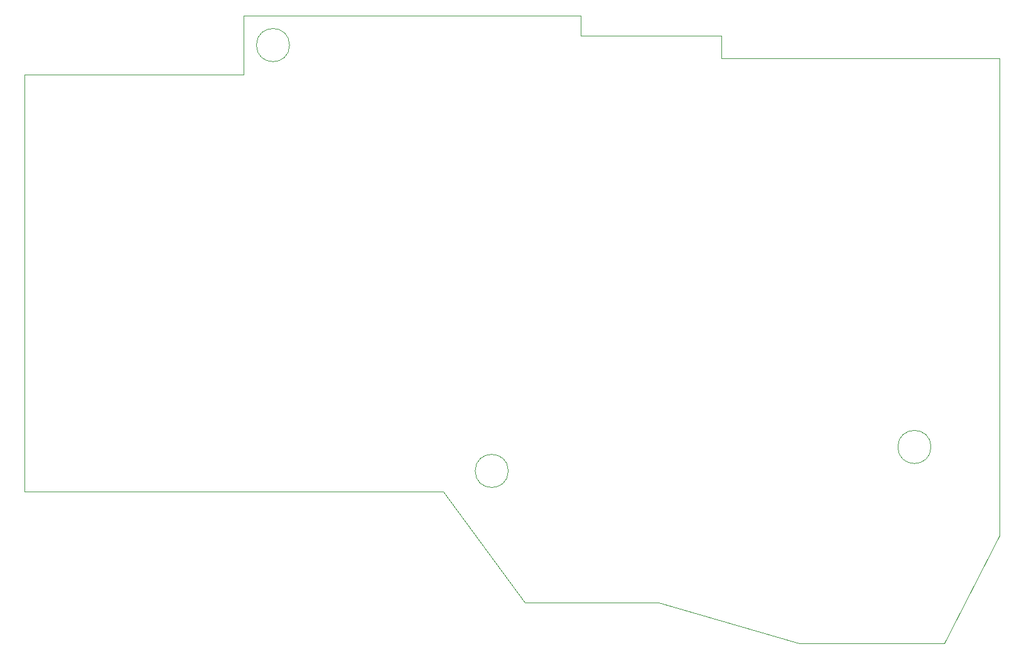
<source format=gbr>
%TF.GenerationSoftware,KiCad,Pcbnew,8.0.1*%
%TF.CreationDate,2024-05-26T01:43:19+02:00*%
%TF.ProjectId,KeyboardTest2_right,4b657962-6f61-4726-9454-657374325f72,rev?*%
%TF.SameCoordinates,Original*%
%TF.FileFunction,Profile,NP*%
%FSLAX46Y46*%
G04 Gerber Fmt 4.6, Leading zero omitted, Abs format (unit mm)*
G04 Created by KiCad (PCBNEW 8.0.1) date 2024-05-26 01:43:19*
%MOMM*%
%LPD*%
G01*
G04 APERTURE LIST*
%TA.AperFunction,Profile*%
%ADD10C,0.050000*%
%TD*%
G04 APERTURE END LIST*
D10*
X111000000Y-21250000D02*
X129500000Y-21250000D01*
X71736068Y-22500000D02*
G75*
G02*
X67263932Y-22500000I-2236068J0D01*
G01*
X67263932Y-22500000D02*
G75*
G02*
X71736068Y-22500000I2236068J0D01*
G01*
X130000000Y-21250000D02*
X130000000Y-24250000D01*
X65500000Y-18500000D02*
X65500000Y-26500000D01*
X149000000Y-24250000D02*
X167500000Y-24250000D01*
X92500000Y-82750000D02*
X103500000Y-97750000D01*
X167500000Y-24250000D02*
X167500000Y-88750000D01*
X111000000Y-19000000D02*
X111000000Y-18500000D01*
X140500000Y-103250000D02*
X121500000Y-97750000D01*
X73000000Y-82750000D02*
X92500000Y-82750000D01*
X36000000Y-26500000D02*
X36000000Y-26750000D01*
X111000000Y-18500000D02*
X65500000Y-18500000D01*
X36000000Y-82750000D02*
X36000000Y-26750000D01*
X167500000Y-88750000D02*
X160000000Y-103250000D01*
X73000000Y-82750000D02*
X55000000Y-82750000D01*
X101236068Y-80000000D02*
G75*
G02*
X96763932Y-80000000I-2236068J0D01*
G01*
X96763932Y-80000000D02*
G75*
G02*
X101236068Y-80000000I2236068J0D01*
G01*
X121500000Y-97750000D02*
X103500000Y-97750000D01*
X111000000Y-19250000D02*
X111000000Y-21250000D01*
X160000000Y-103250000D02*
X140500000Y-103250000D01*
X55000000Y-82750000D02*
X36000000Y-82750000D01*
X129500000Y-21250000D02*
X130000000Y-21250000D01*
X158236068Y-76763933D02*
G75*
G02*
X153763932Y-76763933I-2236068J0D01*
G01*
X153763932Y-76763933D02*
G75*
G02*
X158236068Y-76763933I2236068J0D01*
G01*
X65500000Y-26500000D02*
X36000000Y-26500000D01*
X130000000Y-24250000D02*
X149000000Y-24250000D01*
X111000000Y-19250000D02*
X111000000Y-19000000D01*
M02*

</source>
